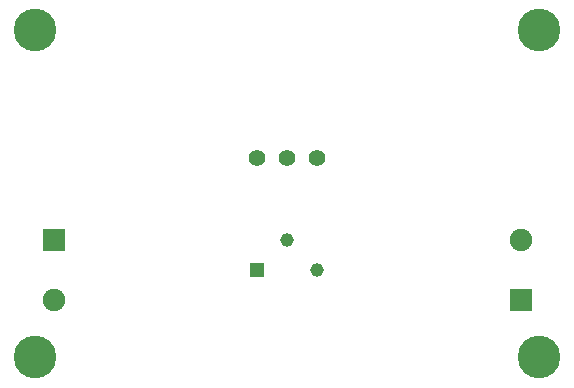
<source format=gts>
G04*
G04 #@! TF.GenerationSoftware,Altium Limited,Altium Designer,25.1.2 (22)*
G04*
G04 Layer_Color=8388736*
%FSLAX25Y25*%
%MOIN*%
G70*
G04*
G04 #@! TF.SameCoordinates,A6D80DD8-A6EF-48C5-BEAB-CD18D09DD35D*
G04*
G04*
G04 #@! TF.FilePolarity,Negative*
G04*
G01*
G75*
%ADD15C,0.07487*%
%ADD16R,0.07487X0.07487*%
%ADD17C,0.05518*%
%ADD18R,0.04528X0.04528*%
%ADD19C,0.04528*%
%ADD20C,0.14179*%
D15*
X232500Y385000D02*
D03*
X388000Y405000D02*
D03*
D16*
X232500D02*
D03*
X388000Y385000D02*
D03*
D17*
X310000Y432500D02*
D03*
X320000D02*
D03*
X300000D02*
D03*
D18*
Y395138D02*
D03*
D19*
X310000Y405138D02*
D03*
X320000Y395138D02*
D03*
D20*
X394000Y366000D02*
D03*
X226000Y475000D02*
D03*
Y366000D02*
D03*
X394000Y475000D02*
D03*
M02*

</source>
